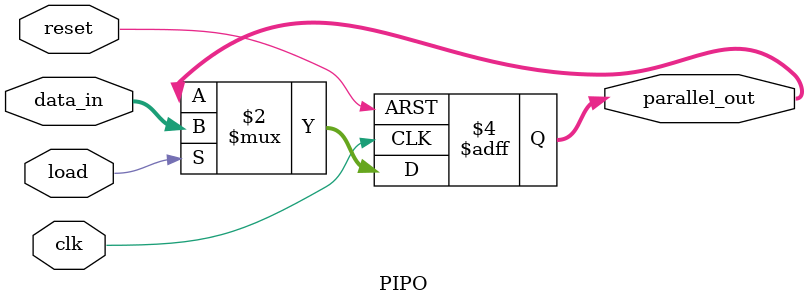
<source format=sv>
`timescale 1ns / 1ps


module PIPO (
input logic [3:0] data_in,
input logic clk,
input logic reset,
input logic load,
output logic [3:0] parallel_out
    );
    always_ff@(posedge clk or posedge reset) begin
    if (reset)
    parallel_out <= 4'b0000;
    else if (load)
    parallel_out <= data_in;
    end
endmodule

</source>
